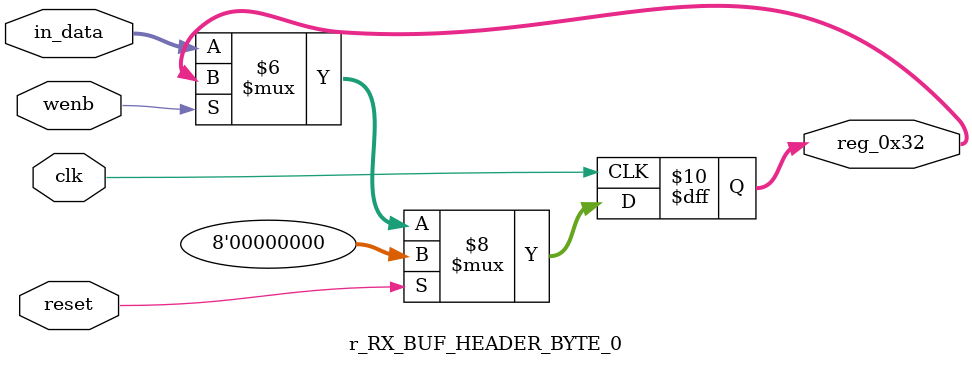
<source format=v>
module r_RX_BUF_HEADER_BYTE_0(output reg [7:0] reg_0x32, input wire reset, input wire wenb, input wire [7:0] in_data, input wire clk);
	always@(posedge clk)
	begin
		if(reset==0) begin
			if(wenb==0)
				reg_0x32<=in_data;
			else
				reg_0x32<=reg_0x32;
		end
		else
			reg_0x32<=8'h00;
	end
endmodule
</source>
